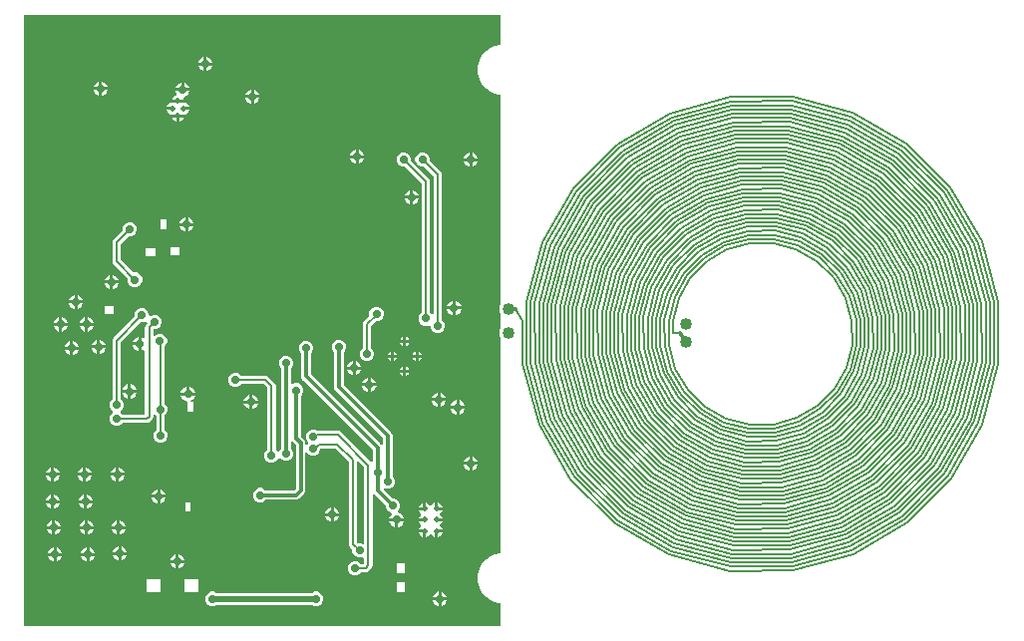
<source format=gbl>
G04*
G04 #@! TF.GenerationSoftware,Altium Limited,Altium Designer,23.7.1 (13)*
G04*
G04 Layer_Physical_Order=4*
G04 Layer_Color=16711680*
%FSLAX25Y25*%
%MOIN*%
G70*
G04*
G04 #@! TF.SameCoordinates,E761BF88-05AE-44ED-84BE-F3DD1BAF6ADF*
G04*
G04*
G04 #@! TF.FilePolarity,Positive*
G04*
G01*
G75*
%ADD66C,0.01181*%
%ADD67C,0.01181*%
%ADD69C,0.00787*%
%ADD71C,0.00799*%
%ADD72C,0.01400*%
%ADD74C,0.01968*%
%ADD75C,0.01968*%
%ADD76C,0.02756*%
%ADD77C,0.04000*%
G36*
X160843Y195724D02*
X160503D01*
X158903Y195406D01*
X157395Y194782D01*
X156039Y193875D01*
X154885Y192721D01*
X153978Y191365D01*
X153354Y189857D01*
X153035Y188257D01*
Y186625D01*
X153354Y185025D01*
X153978Y183517D01*
X154885Y182161D01*
X156039Y181007D01*
X157395Y180100D01*
X158903Y179476D01*
X160503Y179157D01*
X160843D01*
Y109211D01*
X160523Y108658D01*
X160319Y107895D01*
Y107105D01*
X160523Y106342D01*
X160843Y105789D01*
Y101211D01*
X160523Y100658D01*
X160319Y99895D01*
Y99105D01*
X160523Y98342D01*
X160843Y97789D01*
Y25725D01*
X160503D01*
X158903Y25406D01*
X157395Y24782D01*
X156039Y23875D01*
X154885Y22721D01*
X153978Y21365D01*
X153354Y19857D01*
X153035Y18257D01*
Y16625D01*
X153354Y15025D01*
X153978Y13517D01*
X154885Y12161D01*
X156039Y11007D01*
X157395Y10100D01*
X158903Y9476D01*
X160503Y9157D01*
X160843D01*
Y1606D01*
X1606D01*
Y205875D01*
X160843D01*
Y195724D01*
D02*
G37*
%LPC*%
G36*
X62551Y191733D02*
Y189866D01*
X64418D01*
X64067Y190713D01*
X63398Y191382D01*
X62551Y191733D01*
D02*
G37*
G36*
X61551D02*
X60704Y191382D01*
X60035Y190713D01*
X59684Y189866D01*
X61551D01*
Y191733D01*
D02*
G37*
G36*
X64418Y188866D02*
X62551D01*
Y186999D01*
X63398Y187350D01*
X64067Y188019D01*
X64418Y188866D01*
D02*
G37*
G36*
X61551D02*
X59684D01*
X60035Y188019D01*
X60704Y187350D01*
X61551Y186999D01*
Y188866D01*
D02*
G37*
G36*
X27492Y183631D02*
Y181764D01*
X29359D01*
X29008Y182611D01*
X28339Y183280D01*
X27492Y183631D01*
D02*
G37*
G36*
X26492D02*
X25645Y183280D01*
X24976Y182611D01*
X24625Y181764D01*
X26492D01*
Y183631D01*
D02*
G37*
G36*
X55055Y183197D02*
Y181331D01*
X56922D01*
X56571Y182178D01*
X55902Y182847D01*
X55055Y183197D01*
D02*
G37*
G36*
X54055D02*
X53208Y182847D01*
X52539Y182178D01*
X52188Y181331D01*
X54055D01*
Y183197D01*
D02*
G37*
G36*
X78307Y180890D02*
Y179024D01*
X80174D01*
X79823Y179871D01*
X79154Y180540D01*
X78307Y180890D01*
D02*
G37*
G36*
X77307D02*
X76460Y180540D01*
X75791Y179871D01*
X75440Y179024D01*
X77307D01*
Y180890D01*
D02*
G37*
G36*
X29359Y180764D02*
X27492D01*
Y178897D01*
X28339Y179248D01*
X29008Y179917D01*
X29359Y180764D01*
D02*
G37*
G36*
X26492D02*
X24625D01*
X24976Y179917D01*
X25645Y179248D01*
X26492Y178897D01*
Y180764D01*
D02*
G37*
G36*
X56922Y180331D02*
X52188D01*
X52525Y179519D01*
X52528Y179449D01*
X52364Y178952D01*
X51817Y178726D01*
X51259Y178167D01*
X51000Y177543D01*
X52941D01*
X54882D01*
X54712Y177953D01*
X54991Y178453D01*
X55028D01*
X55902Y178815D01*
X56571Y179484D01*
X56922Y180331D01*
D02*
G37*
G36*
X80174Y178024D02*
X78307D01*
Y176157D01*
X79154Y176508D01*
X79823Y177177D01*
X80174Y178024D01*
D02*
G37*
G36*
X77307D02*
X75440D01*
X75791Y177177D01*
X76460Y176508D01*
X77307Y176157D01*
Y178024D01*
D02*
G37*
G36*
X55361Y176543D02*
X52941D01*
X50521D01*
X49848Y176265D01*
X49290Y175707D01*
X49032Y175083D01*
X50972D01*
Y174083D01*
X49032D01*
X49290Y173459D01*
X49848Y172900D01*
X50521Y172622D01*
X52941D01*
X55361D01*
X56033Y172900D01*
X56592Y173459D01*
X56850Y174083D01*
X54909D01*
Y175083D01*
X56850D01*
X56592Y175707D01*
X56033Y176265D01*
X55361Y176543D01*
D02*
G37*
G36*
X54882Y171622D02*
X53441D01*
Y170181D01*
X54065Y170440D01*
X54623Y170998D01*
X54882Y171622D01*
D02*
G37*
G36*
X52441D02*
X51000D01*
X51259Y170998D01*
X51817Y170440D01*
X52441Y170181D01*
Y171622D01*
D02*
G37*
G36*
X113339Y160764D02*
Y158898D01*
X115205D01*
X114855Y159745D01*
X114186Y160414D01*
X113339Y160764D01*
D02*
G37*
G36*
X112339D02*
X111492Y160414D01*
X110823Y159745D01*
X110472Y158898D01*
X112339D01*
Y160764D01*
D02*
G37*
G36*
X151287Y159847D02*
Y157980D01*
X153154D01*
X152803Y158827D01*
X152134Y159496D01*
X151287Y159847D01*
D02*
G37*
G36*
X150287D02*
X149440Y159496D01*
X148772Y158827D01*
X148421Y157980D01*
X150287D01*
Y159847D01*
D02*
G37*
G36*
X115205Y157898D02*
X113339D01*
Y156031D01*
X114186Y156382D01*
X114855Y157051D01*
X115205Y157898D01*
D02*
G37*
G36*
X112339D02*
X110472D01*
X110823Y157051D01*
X111492Y156382D01*
X112339Y156031D01*
Y157898D01*
D02*
G37*
G36*
X153154Y156980D02*
X151287D01*
Y155113D01*
X152134Y155464D01*
X152803Y156133D01*
X153154Y156980D01*
D02*
G37*
G36*
X150287D02*
X148421D01*
X148772Y156133D01*
X149440Y155464D01*
X150287Y155113D01*
Y156980D01*
D02*
G37*
G36*
X131618Y147249D02*
Y145382D01*
X133485D01*
X133134Y146229D01*
X132465Y146898D01*
X131618Y147249D01*
D02*
G37*
G36*
X130618D02*
X129771Y146898D01*
X129102Y146229D01*
X128751Y145382D01*
X130618D01*
Y147249D01*
D02*
G37*
G36*
X133485Y144382D02*
X131618D01*
Y142515D01*
X132465Y142866D01*
X133134Y143535D01*
X133485Y144382D01*
D02*
G37*
G36*
X130618D02*
X128751D01*
X129102Y143535D01*
X129771Y142866D01*
X130618Y142515D01*
Y144382D01*
D02*
G37*
G36*
X56406Y138194D02*
Y136327D01*
X58272D01*
X57921Y137174D01*
X57253Y137843D01*
X56406Y138194D01*
D02*
G37*
G36*
X55405D02*
X54558Y137843D01*
X53890Y137174D01*
X53539Y136327D01*
X55405D01*
Y138194D01*
D02*
G37*
G36*
X48981Y137427D02*
X47082D01*
Y134227D01*
X48981D01*
Y137427D01*
D02*
G37*
G36*
X58272Y135327D02*
X56406D01*
Y133460D01*
X57253Y133811D01*
X57921Y134480D01*
X58272Y135327D01*
D02*
G37*
G36*
X55405D02*
X53539D01*
X53890Y134480D01*
X54558Y133811D01*
X55405Y133460D01*
Y135327D01*
D02*
G37*
G36*
X53525Y128055D02*
X50325D01*
Y125355D01*
X53525D01*
Y128055D01*
D02*
G37*
G36*
X45328Y127921D02*
X42128D01*
Y125221D01*
X45328D01*
Y127921D01*
D02*
G37*
G36*
X31209Y118902D02*
Y117035D01*
X33075D01*
X32725Y117882D01*
X32056Y118551D01*
X31209Y118902D01*
D02*
G37*
G36*
X30209D02*
X29362Y118551D01*
X28693Y117882D01*
X28342Y117035D01*
X30209D01*
Y118902D01*
D02*
G37*
G36*
X37355Y136614D02*
X36409D01*
X35535Y136252D01*
X34866Y135583D01*
X34504Y134709D01*
Y133868D01*
X31397Y130761D01*
X31089Y130300D01*
X30981Y129756D01*
Y123504D01*
X31089Y122960D01*
X31397Y122499D01*
X36205Y117691D01*
Y116850D01*
X36567Y115976D01*
X37236Y115307D01*
X38110Y114945D01*
X39056D01*
X39930Y115307D01*
X40599Y115976D01*
X40961Y116850D01*
Y117796D01*
X40599Y118670D01*
X39930Y119339D01*
X39056Y119701D01*
X38214D01*
X33823Y124092D01*
Y129167D01*
X36514Y131858D01*
X37355D01*
X38229Y132220D01*
X38898Y132889D01*
X39260Y133763D01*
Y134709D01*
X38898Y135583D01*
X38229Y136252D01*
X37355Y136614D01*
D02*
G37*
G36*
X33075Y116035D02*
X31209D01*
Y114169D01*
X32056Y114520D01*
X32725Y115188D01*
X33075Y116035D01*
D02*
G37*
G36*
X30209D02*
X28342D01*
X28693Y115188D01*
X29362Y114520D01*
X30209Y114169D01*
Y116035D01*
D02*
G37*
G36*
X19398Y112209D02*
Y110343D01*
X21264D01*
X20914Y111189D01*
X20245Y111858D01*
X19398Y112209D01*
D02*
G37*
G36*
X18398D02*
X17551Y111858D01*
X16882Y111189D01*
X16531Y110343D01*
X18398D01*
Y112209D01*
D02*
G37*
G36*
X145776Y110241D02*
Y108374D01*
X147642D01*
X147292Y109221D01*
X146623Y109890D01*
X145776Y110241D01*
D02*
G37*
G36*
X144776D02*
X143929Y109890D01*
X143260Y109221D01*
X142909Y108374D01*
X144776D01*
Y110241D01*
D02*
G37*
G36*
X21264Y109343D02*
X19398D01*
Y107476D01*
X20245Y107827D01*
X20914Y108495D01*
X21264Y109343D01*
D02*
G37*
G36*
X18398D02*
X16531D01*
X16882Y108495D01*
X17551Y107827D01*
X18398Y107476D01*
Y109343D01*
D02*
G37*
G36*
X31521Y108437D02*
X28321D01*
Y105737D01*
X31521D01*
Y108437D01*
D02*
G37*
G36*
X135119Y159858D02*
X134173D01*
X133299Y159496D01*
X132630Y158827D01*
X132268Y157953D01*
Y157007D01*
X132630Y156133D01*
X133299Y155464D01*
X134173Y155102D01*
X135014D01*
X138343Y151774D01*
Y105777D01*
X137843Y105677D01*
X137843Y105678D01*
X137248Y106273D01*
Y150000D01*
X137140Y150544D01*
X136832Y151005D01*
X130724Y157112D01*
Y157953D01*
X130362Y158827D01*
X129693Y159496D01*
X128820Y159858D01*
X127874D01*
X126999Y159496D01*
X126330Y158827D01*
X125969Y157953D01*
Y157007D01*
X126330Y156133D01*
X126999Y155464D01*
X127874Y155102D01*
X128715D01*
X134406Y149411D01*
Y106273D01*
X133811Y105678D01*
X133449Y104804D01*
Y103858D01*
X133811Y102984D01*
X134480Y102315D01*
X135354Y101953D01*
X136300D01*
X136886Y102196D01*
X137386Y101874D01*
Y101496D01*
X137748Y100621D01*
X138417Y99953D01*
X139291Y99590D01*
X140237D01*
X141111Y99953D01*
X141780Y100621D01*
X142142Y101496D01*
Y102442D01*
X141780Y103315D01*
X141185Y103910D01*
Y152362D01*
X141077Y152906D01*
X140769Y153367D01*
X137024Y157112D01*
Y157953D01*
X136662Y158827D01*
X135993Y159496D01*
X135119Y159858D01*
D02*
G37*
G36*
X147642Y107374D02*
X145776D01*
Y105507D01*
X146623Y105858D01*
X147292Y106527D01*
X147642Y107374D01*
D02*
G37*
G36*
X144776D02*
X142909D01*
X143260Y106527D01*
X143929Y105858D01*
X144776Y105507D01*
Y107374D01*
D02*
G37*
G36*
X22941Y104729D02*
Y102862D01*
X24808D01*
X24457Y103709D01*
X23788Y104378D01*
X22941Y104729D01*
D02*
G37*
G36*
X21941D02*
X21094Y104378D01*
X20425Y103709D01*
X20074Y102862D01*
X21941D01*
Y104729D01*
D02*
G37*
G36*
X14279D02*
Y102862D01*
X16146D01*
X15796Y103709D01*
X15126Y104378D01*
X14279Y104729D01*
D02*
G37*
G36*
X13280D02*
X12432Y104378D01*
X11764Y103709D01*
X11413Y102862D01*
X13280D01*
Y104729D01*
D02*
G37*
G36*
X24808Y101862D02*
X22941D01*
Y99995D01*
X23788Y100346D01*
X24457Y101015D01*
X24808Y101862D01*
D02*
G37*
G36*
X21941D02*
X20074D01*
X20425Y101015D01*
X21094Y100346D01*
X21941Y99995D01*
Y101862D01*
D02*
G37*
G36*
X16146D02*
X14279D01*
Y99995D01*
X15126Y100346D01*
X15796Y101015D01*
X16146Y101862D01*
D02*
G37*
G36*
X13280D02*
X11413D01*
X11764Y101015D01*
X12432Y100346D01*
X13280Y99995D01*
Y101862D01*
D02*
G37*
G36*
X129240Y98168D02*
Y97154D01*
X130255D01*
X130089Y97554D01*
X129641Y98002D01*
X129240Y98168D01*
D02*
G37*
G36*
X128240D02*
X127839Y98002D01*
X127392Y97554D01*
X127226Y97154D01*
X128240D01*
Y98168D01*
D02*
G37*
G36*
X26878Y97249D02*
Y95382D01*
X28745D01*
X28394Y96229D01*
X27725Y96898D01*
X26878Y97249D01*
D02*
G37*
G36*
X25878D02*
X25031Y96898D01*
X24362Y96229D01*
X24011Y95382D01*
X25878D01*
Y97249D01*
D02*
G37*
G36*
X130255Y96153D02*
X129240D01*
Y95139D01*
X129641Y95305D01*
X130089Y95753D01*
X130255Y96153D01*
D02*
G37*
G36*
X128240D02*
X127226D01*
X127392Y95753D01*
X127839Y95305D01*
X128240Y95139D01*
Y96153D01*
D02*
G37*
G36*
X17823Y96855D02*
Y94988D01*
X19690D01*
X19339Y95835D01*
X18670Y96504D01*
X17823Y96855D01*
D02*
G37*
G36*
X16823D02*
X15976Y96504D01*
X15307Y95835D01*
X14956Y94988D01*
X16823D01*
Y96855D01*
D02*
G37*
G36*
X28745Y94382D02*
X26878D01*
Y92515D01*
X27725Y92866D01*
X28394Y93535D01*
X28745Y94382D01*
D02*
G37*
G36*
X25878D02*
X24011D01*
X24362Y93535D01*
X25031Y92866D01*
X25878Y92515D01*
Y94382D01*
D02*
G37*
G36*
X133349Y93281D02*
Y92266D01*
X134363D01*
X134197Y92668D01*
X133750Y93115D01*
X133349Y93281D01*
D02*
G37*
G36*
X132349D02*
X131948Y93115D01*
X131500Y92668D01*
X131334Y92266D01*
X132349D01*
Y93281D01*
D02*
G37*
G36*
X125106Y93247D02*
Y92232D01*
X126121D01*
X125955Y92633D01*
X125507Y93081D01*
X125106Y93247D01*
D02*
G37*
G36*
X124106D02*
X123705Y93081D01*
X123258Y92633D01*
X123092Y92232D01*
X124106D01*
Y93247D01*
D02*
G37*
G36*
X19690Y93988D02*
X17823D01*
Y92121D01*
X18670Y92472D01*
X19339Y93141D01*
X19690Y93988D01*
D02*
G37*
G36*
X16823D02*
X14956D01*
X15307Y93141D01*
X15976Y92472D01*
X16823Y92121D01*
Y93988D01*
D02*
G37*
G36*
X134363Y91267D02*
X133349D01*
Y90252D01*
X133750Y90418D01*
X134197Y90865D01*
X134363Y91267D01*
D02*
G37*
G36*
X132349D02*
X131334D01*
X131500Y90865D01*
X131948Y90418D01*
X132349Y90252D01*
Y91267D01*
D02*
G37*
G36*
X126121Y91232D02*
X125106D01*
Y90218D01*
X125507Y90384D01*
X125955Y90831D01*
X126121Y91232D01*
D02*
G37*
G36*
X124106D02*
X123092D01*
X123258Y90831D01*
X123705Y90384D01*
X124106Y90218D01*
Y91232D01*
D02*
G37*
G36*
X119764Y108283D02*
X118818D01*
X117944Y107921D01*
X117275Y107253D01*
X116913Y106378D01*
Y105432D01*
X116998Y105228D01*
X115137Y103367D01*
X114829Y102906D01*
X114721Y102362D01*
Y94462D01*
X114126Y93867D01*
X113764Y92993D01*
Y92047D01*
X114126Y91173D01*
X114795Y90504D01*
X115669Y90142D01*
X116615D01*
X117489Y90504D01*
X118158Y91173D01*
X118520Y92047D01*
Y92993D01*
X118158Y93867D01*
X117563Y94462D01*
Y101774D01*
X119317Y103528D01*
X119764D01*
X120638Y103890D01*
X121307Y104559D01*
X121669Y105432D01*
Y106378D01*
X121307Y107253D01*
X120638Y107921D01*
X119764Y108283D01*
D02*
G37*
G36*
X112311Y90162D02*
Y88295D01*
X114178D01*
X113827Y89142D01*
X113158Y89811D01*
X112311Y90162D01*
D02*
G37*
G36*
X111311D02*
X110464Y89811D01*
X109795Y89142D01*
X109444Y88295D01*
X111311D01*
Y90162D01*
D02*
G37*
G36*
X129240Y88326D02*
Y87311D01*
X130255D01*
X130089Y87712D01*
X129641Y88159D01*
X129240Y88326D01*
D02*
G37*
G36*
X128240D02*
X127839Y88159D01*
X127392Y87712D01*
X127226Y87311D01*
X128240D01*
Y88326D01*
D02*
G37*
G36*
X114178Y87295D02*
X112311D01*
Y85429D01*
X113158Y85779D01*
X113827Y86448D01*
X114178Y87295D01*
D02*
G37*
G36*
X111311D02*
X109444D01*
X109795Y86448D01*
X110464Y85779D01*
X111311Y85429D01*
Y87295D01*
D02*
G37*
G36*
X130255Y86311D02*
X129240D01*
Y85296D01*
X129641Y85463D01*
X130089Y85910D01*
X130255Y86311D01*
D02*
G37*
G36*
X128240D02*
X127226D01*
X127392Y85910D01*
X127839Y85463D01*
X128240Y85296D01*
Y86311D01*
D02*
G37*
G36*
X117429Y84650D02*
Y82784D01*
X119296D01*
X118945Y83631D01*
X118276Y84299D01*
X117429Y84650D01*
D02*
G37*
G36*
X116429D02*
X115582Y84299D01*
X114913Y83631D01*
X114562Y82784D01*
X116429D01*
Y84650D01*
D02*
G37*
G36*
X119296Y81783D02*
X117429D01*
Y79917D01*
X118276Y80268D01*
X118945Y80936D01*
X119296Y81783D01*
D02*
G37*
G36*
X116429D02*
X114562D01*
X114913Y80936D01*
X115582Y80268D01*
X116429Y79917D01*
Y81783D01*
D02*
G37*
G36*
X56799Y81501D02*
Y79634D01*
X58666D01*
X58315Y80481D01*
X57646Y81150D01*
X56799Y81501D01*
D02*
G37*
G36*
X55799D02*
X54952Y81150D01*
X54283Y80481D01*
X53932Y79634D01*
X55799D01*
Y81501D01*
D02*
G37*
G36*
X140657Y79532D02*
Y77665D01*
X142524D01*
X142173Y78512D01*
X141505Y79181D01*
X140657Y79532D01*
D02*
G37*
G36*
X139657D02*
X138811Y79181D01*
X138142Y78512D01*
X137791Y77665D01*
X139657D01*
Y79532D01*
D02*
G37*
G36*
X77819Y78745D02*
Y76878D01*
X79686D01*
X79335Y77725D01*
X78666Y78394D01*
X77819Y78745D01*
D02*
G37*
G36*
X76819D02*
X75972Y78394D01*
X75303Y77725D01*
X74952Y76878D01*
X76819D01*
Y78745D01*
D02*
G37*
G36*
X147039Y77016D02*
Y75150D01*
X148906D01*
X148555Y75997D01*
X147886Y76666D01*
X147039Y77016D01*
D02*
G37*
G36*
X146039D02*
X145192Y76666D01*
X144523Y75997D01*
X144173Y75150D01*
X146039D01*
Y77016D01*
D02*
G37*
G36*
X142524Y76665D02*
X140657D01*
Y74799D01*
X141505Y75149D01*
X142173Y75818D01*
X142524Y76665D01*
D02*
G37*
G36*
X139657D02*
X137791D01*
X138142Y75818D01*
X138811Y75149D01*
X139657Y74799D01*
Y76665D01*
D02*
G37*
G36*
X79686Y75878D02*
X77819D01*
Y74011D01*
X78666Y74362D01*
X79335Y75031D01*
X79686Y75878D01*
D02*
G37*
G36*
X76819D02*
X74952D01*
X75303Y75031D01*
X75972Y74362D01*
X76819Y74011D01*
Y75878D01*
D02*
G37*
G36*
X58666Y78634D02*
X53932D01*
X54283Y77787D01*
X54952Y77118D01*
X55826Y76756D01*
X56137Y76403D01*
X56137Y76256D01*
Y73203D01*
X58037D01*
Y76403D01*
X57227D01*
X57128Y76903D01*
X57646Y77118D01*
X58315Y77787D01*
X58666Y78634D01*
D02*
G37*
G36*
X148906Y74150D02*
X147039D01*
Y72283D01*
X147886Y72634D01*
X148555Y73303D01*
X148906Y74150D01*
D02*
G37*
G36*
X146039D02*
X144173D01*
X144523Y73303D01*
X145192Y72634D01*
X146039Y72283D01*
Y74150D01*
D02*
G37*
G36*
X41351Y107776D02*
X40405D01*
X39531Y107414D01*
X38862Y106745D01*
X38500Y105871D01*
Y105029D01*
X31369Y97899D01*
X31061Y97438D01*
X30953Y96894D01*
Y77351D01*
X30358Y76756D01*
X29996Y75882D01*
Y74936D01*
X30358Y74063D01*
X31027Y73393D01*
X31200Y73322D01*
Y72822D01*
X31145Y72799D01*
X30476Y72131D01*
X30114Y71257D01*
Y70310D01*
X30476Y69437D01*
X31145Y68767D01*
X32019Y68405D01*
X32965D01*
X33839Y68767D01*
X34434Y69362D01*
X42587D01*
X43130Y69471D01*
X43591Y69779D01*
X44296Y70483D01*
X44604Y70944D01*
X44712Y71488D01*
Y72240D01*
X45212Y72429D01*
X45737Y71904D01*
Y67178D01*
X45204Y66646D01*
X44842Y65772D01*
Y64826D01*
X45204Y63952D01*
X45873Y63283D01*
X46747Y62921D01*
X47693D01*
X48568Y63283D01*
X49236Y63952D01*
X49598Y64826D01*
Y65772D01*
X49236Y66646D01*
X48579Y67304D01*
Y72031D01*
X49110Y72562D01*
X49472Y73436D01*
Y74382D01*
X49110Y75256D01*
X48441Y75925D01*
X48425Y75932D01*
Y95082D01*
X48929Y95586D01*
X49291Y96460D01*
Y97406D01*
X48929Y98280D01*
X48260Y98949D01*
X47386Y99311D01*
X46440D01*
X45566Y98949D01*
X45212Y98595D01*
X44712Y98802D01*
Y100813D01*
X44781Y100882D01*
X45623D01*
X46497Y101244D01*
X47166Y101913D01*
X47528Y102787D01*
Y103733D01*
X47166Y104607D01*
X46497Y105276D01*
X45623Y105638D01*
X44677D01*
X43803Y105276D01*
X43756Y105229D01*
X43256Y105436D01*
Y105871D01*
X42894Y106745D01*
X42225Y107414D01*
X41351Y107776D01*
D02*
G37*
G36*
X107166Y97260D02*
X106220D01*
X105346Y96898D01*
X104677Y96229D01*
X104315Y95355D01*
Y94409D01*
X104677Y93535D01*
X105071Y93141D01*
Y81429D01*
X105195Y80809D01*
X105546Y80282D01*
X121382Y64446D01*
Y62247D01*
X120882Y62095D01*
X120832Y62170D01*
X97291Y85711D01*
Y92747D01*
X97685Y93141D01*
X98047Y94015D01*
Y94961D01*
X97685Y95835D01*
X97016Y96504D01*
X96142Y96866D01*
X95196D01*
X94322Y96504D01*
X93653Y95835D01*
X93291Y94961D01*
Y94015D01*
X93653Y93141D01*
X94048Y92747D01*
Y85039D01*
X94171Y84419D01*
X94523Y83893D01*
X118063Y60352D01*
Y56529D01*
X117683Y56372D01*
X117563Y56363D01*
X107490Y66436D01*
X107029Y66744D01*
X106486Y66852D01*
X99419D01*
X98682Y67158D01*
X97736D01*
X96862Y66795D01*
X96193Y66127D01*
X95831Y65253D01*
Y64306D01*
X96193Y63433D01*
X96411Y63214D01*
X96411Y62576D01*
X96034Y62211D01*
X96023Y62211D01*
X95610Y62330D01*
Y62694D01*
X95486Y63315D01*
X95135Y63841D01*
X94141Y64835D01*
Y78574D01*
X94536Y78968D01*
X94898Y79842D01*
Y80788D01*
X94536Y81662D01*
X93867Y82331D01*
X92993Y82693D01*
X92047D01*
X91173Y82331D01*
X91103Y82262D01*
X90641Y82453D01*
Y87641D01*
X91083Y88082D01*
X91445Y88956D01*
Y89902D01*
X91083Y90776D01*
X90414Y91445D01*
X89540Y91807D01*
X88594D01*
X87720Y91445D01*
X87051Y90776D01*
X86689Y89902D01*
Y88956D01*
X87051Y88082D01*
X87398Y87735D01*
Y60891D01*
X86957Y60449D01*
X86744Y59937D01*
X86605Y59882D01*
X86172Y59861D01*
X85685Y60347D01*
Y81894D01*
X85577Y82437D01*
X85269Y82898D01*
X83253Y84914D01*
X82792Y85222D01*
X82248Y85330D01*
X74095D01*
X73501Y85925D01*
X72627Y86287D01*
X71680D01*
X70806Y85925D01*
X70138Y85256D01*
X69776Y84382D01*
Y83437D01*
X70138Y82563D01*
X70806Y81893D01*
X71680Y81532D01*
X72627D01*
X73501Y81893D01*
X74095Y82489D01*
X81659D01*
X82843Y81305D01*
Y60347D01*
X82248Y59753D01*
X81886Y58878D01*
Y57933D01*
X82248Y57059D01*
X82917Y56390D01*
X83791Y56028D01*
X84737D01*
X85611Y56390D01*
X86280Y57059D01*
X86492Y57571D01*
X86631Y57626D01*
X87065Y57647D01*
X87625Y57086D01*
X88499Y56724D01*
X89445D01*
X90319Y57086D01*
X90988Y57755D01*
X91350Y58629D01*
Y59575D01*
X90988Y60449D01*
X90641Y60796D01*
Y63211D01*
X91141Y63363D01*
X91373Y63016D01*
X92366Y62023D01*
Y47640D01*
X91647Y46921D01*
X82131D01*
X81737Y47315D01*
X80863Y47677D01*
X79917D01*
X79043Y47315D01*
X78374Y46646D01*
X78012Y45772D01*
Y44826D01*
X78374Y43952D01*
X79043Y43283D01*
X79917Y42921D01*
X80863D01*
X81737Y43283D01*
X82131Y43677D01*
X92319D01*
X92940Y43801D01*
X93466Y44153D01*
X95135Y45822D01*
X95486Y46348D01*
X95610Y46968D01*
Y59358D01*
X96023Y59476D01*
X96110Y59480D01*
X96763Y58828D01*
X97636Y58466D01*
X98583D01*
X99457Y58828D01*
X100125Y59497D01*
X100487Y60371D01*
Y60679D01*
X100666Y60859D01*
X105636D01*
X110016Y56478D01*
Y28988D01*
X110124Y28444D01*
X110432Y27983D01*
X111256Y27160D01*
Y26318D01*
X111618Y25444D01*
X112287Y24775D01*
X113161Y24413D01*
X114107D01*
X114666Y24645D01*
X115166Y24311D01*
Y22417D01*
X115035Y22287D01*
X114147D01*
X113552Y22882D01*
X112678Y23244D01*
X111732D01*
X110858Y22882D01*
X110189Y22213D01*
X109827Y21339D01*
Y20393D01*
X110189Y19519D01*
X110858Y18850D01*
X111732Y18488D01*
X112678D01*
X113552Y18850D01*
X114147Y19445D01*
X115624D01*
X116168Y19553D01*
X116629Y19861D01*
X117591Y20824D01*
X117899Y21285D01*
X118008Y21829D01*
Y45598D01*
X118508Y45750D01*
X118538Y45704D01*
X122425Y41817D01*
Y41259D01*
X122787Y40385D01*
X123456Y39716D01*
X124281Y39375D01*
X124387Y39147D01*
X124468Y38854D01*
X123968Y38355D01*
X123617Y37508D01*
X128351D01*
X128000Y38355D01*
X127331Y39024D01*
X126506Y39366D01*
X126400Y39593D01*
X126320Y39886D01*
X126819Y40385D01*
X127181Y41259D01*
Y42205D01*
X126819Y43079D01*
X126150Y43748D01*
X125276Y44110D01*
X124719D01*
X121600Y47228D01*
X121884Y47652D01*
X122527Y47386D01*
X123473D01*
X124347Y47748D01*
X125016Y48417D01*
X125378Y49291D01*
Y50237D01*
X125016Y51111D01*
X124626Y51501D01*
Y65118D01*
X124502Y65739D01*
X124151Y66265D01*
X108315Y82101D01*
Y93141D01*
X108709Y93535D01*
X109071Y94409D01*
Y95355D01*
X108709Y96229D01*
X108040Y96898D01*
X107166Y97260D01*
D02*
G37*
G36*
X151287Y58272D02*
Y56406D01*
X153154D01*
X152803Y57253D01*
X152134Y57921D01*
X151287Y58272D01*
D02*
G37*
G36*
X150287D02*
X149440Y57921D01*
X148772Y57253D01*
X148421Y56406D01*
X150287D01*
Y58272D01*
D02*
G37*
G36*
X153154Y55405D02*
X151287D01*
Y53539D01*
X152134Y53890D01*
X152803Y54558D01*
X153154Y55405D01*
D02*
G37*
G36*
X150287D02*
X148421D01*
X148772Y54558D01*
X149440Y53890D01*
X150287Y53539D01*
Y55405D01*
D02*
G37*
G36*
X33177Y54569D02*
Y52702D01*
X35044D01*
X34693Y53549D01*
X34024Y54218D01*
X33177Y54569D01*
D02*
G37*
G36*
X32177D02*
X31330Y54218D01*
X30661Y53549D01*
X30310Y52702D01*
X32177D01*
Y54569D01*
D02*
G37*
G36*
X22153D02*
Y52702D01*
X24020D01*
X23670Y53549D01*
X23000Y54218D01*
X22153Y54569D01*
D02*
G37*
G36*
X21154D02*
X20306Y54218D01*
X19638Y53549D01*
X19287Y52702D01*
X21154D01*
Y54569D01*
D02*
G37*
G36*
X11524D02*
Y52702D01*
X13390D01*
X13039Y53549D01*
X12371Y54218D01*
X11524Y54569D01*
D02*
G37*
G36*
X10524D02*
X9677Y54218D01*
X9008Y53549D01*
X8657Y52702D01*
X10524D01*
Y54569D01*
D02*
G37*
G36*
X35044Y51702D02*
X33177D01*
Y49835D01*
X34024Y50186D01*
X34693Y50855D01*
X35044Y51702D01*
D02*
G37*
G36*
X32177D02*
X30310D01*
X30661Y50855D01*
X31330Y50186D01*
X32177Y49835D01*
Y51702D01*
D02*
G37*
G36*
X24020D02*
X22153D01*
Y49835D01*
X23000Y50186D01*
X23670Y50855D01*
X24020Y51702D01*
D02*
G37*
G36*
X21154D02*
X19287D01*
X19638Y50855D01*
X20306Y50186D01*
X21154Y49835D01*
Y51702D01*
D02*
G37*
G36*
X13390D02*
X11524D01*
Y49835D01*
X12371Y50186D01*
X13039Y50855D01*
X13390Y51702D01*
D02*
G37*
G36*
X10524D02*
X8657D01*
X9008Y50855D01*
X9677Y50186D01*
X10524Y49835D01*
Y51702D01*
D02*
G37*
G36*
X46957Y47249D02*
Y45382D01*
X48823D01*
X48473Y46229D01*
X47804Y46898D01*
X46957Y47249D01*
D02*
G37*
G36*
X45957D02*
X45110Y46898D01*
X44441Y46229D01*
X44090Y45382D01*
X45957D01*
Y47249D01*
D02*
G37*
G36*
X22547Y45514D02*
Y43647D01*
X24414D01*
X24063Y44494D01*
X23394Y45163D01*
X22547Y45514D01*
D02*
G37*
G36*
X21547D02*
X20700Y45163D01*
X20031Y44494D01*
X19681Y43647D01*
X21547D01*
Y45514D01*
D02*
G37*
G36*
X11524D02*
Y43647D01*
X13390D01*
X13039Y44494D01*
X12371Y45163D01*
X11524Y45514D01*
D02*
G37*
G36*
X10524D02*
X9677Y45163D01*
X9008Y44494D01*
X8657Y43647D01*
X10524D01*
Y45514D01*
D02*
G37*
G36*
X48823Y44382D02*
X46957D01*
Y42515D01*
X47804Y42866D01*
X48473Y43535D01*
X48823Y44382D01*
D02*
G37*
G36*
X45957D02*
X44090D01*
X44441Y43535D01*
X45110Y42866D01*
X45957Y42515D01*
Y44382D01*
D02*
G37*
G36*
X138870Y42689D02*
X138246Y42430D01*
X137688Y41872D01*
X137652Y41784D01*
X137152D01*
X137115Y41872D01*
X136557Y42430D01*
X135933Y42689D01*
Y40748D01*
X135433D01*
Y40248D01*
X133492D01*
X133751Y39624D01*
X134192Y39183D01*
X134265Y38878D01*
X134192Y38573D01*
X133751Y38132D01*
X133492Y37508D01*
X135433D01*
Y36508D01*
X133492D01*
X133751Y35884D01*
X134192Y35443D01*
X134265Y35138D01*
X134192Y34833D01*
X133751Y34392D01*
X133492Y33768D01*
X135433D01*
Y33268D01*
X135933D01*
Y31327D01*
X136557Y31586D01*
X137115Y32144D01*
X137152Y32232D01*
X137652D01*
X137688Y32144D01*
X138246Y31586D01*
X138870Y31327D01*
Y33268D01*
X139370D01*
Y33768D01*
X141311D01*
X141052Y34392D01*
X140611Y34833D01*
X140539Y35138D01*
X140611Y35443D01*
X141052Y35884D01*
X141311Y36508D01*
X139370D01*
Y37508D01*
X141311D01*
X141052Y38132D01*
X140611Y38573D01*
X140539Y38878D01*
X140611Y39183D01*
X141052Y39624D01*
X141311Y40248D01*
X139370D01*
Y40748D01*
X138870D01*
Y42689D01*
D02*
G37*
G36*
X139870D02*
Y41248D01*
X141311D01*
X141052Y41872D01*
X140494Y42430D01*
X139870Y42689D01*
D02*
G37*
G36*
X134933D02*
X134309Y42430D01*
X133751Y41872D01*
X133492Y41248D01*
X134933D01*
Y42689D01*
D02*
G37*
G36*
X24414Y42647D02*
X22547D01*
Y40780D01*
X23394Y41131D01*
X24063Y41800D01*
X24414Y42647D01*
D02*
G37*
G36*
X21547D02*
X19681D01*
X20031Y41800D01*
X20700Y41131D01*
X21547Y40780D01*
Y42647D01*
D02*
G37*
G36*
X13390D02*
X11524D01*
Y40780D01*
X12371Y41131D01*
X13039Y41800D01*
X13390Y42647D01*
D02*
G37*
G36*
X10524D02*
X8657D01*
X9008Y41800D01*
X9677Y41131D01*
X10524Y40780D01*
Y42647D01*
D02*
G37*
G36*
X57249Y42939D02*
X55349D01*
Y39739D01*
X57249D01*
Y42939D01*
D02*
G37*
G36*
X104996Y41119D02*
Y39252D01*
X106863D01*
X106512Y40099D01*
X105843Y40768D01*
X104996Y41119D01*
D02*
G37*
G36*
X103996D02*
X103149Y40768D01*
X102480Y40099D01*
X102129Y39252D01*
X103996D01*
Y41119D01*
D02*
G37*
G36*
X106863Y38252D02*
X104996D01*
Y36385D01*
X105843Y36736D01*
X106512Y37405D01*
X106863Y38252D01*
D02*
G37*
G36*
X103996D02*
X102129D01*
X102480Y37405D01*
X103149Y36736D01*
X103996Y36385D01*
Y38252D01*
D02*
G37*
G36*
X33571Y36852D02*
Y34986D01*
X35438D01*
X35087Y35833D01*
X34418Y36502D01*
X33571Y36852D01*
D02*
G37*
G36*
X32571D02*
X31724Y36502D01*
X31055Y35833D01*
X30704Y34986D01*
X32571D01*
Y36852D01*
D02*
G37*
G36*
X22941D02*
Y34986D01*
X24808D01*
X24457Y35833D01*
X23788Y36502D01*
X22941Y36852D01*
D02*
G37*
G36*
X21941D02*
X21094Y36502D01*
X20425Y35833D01*
X20074Y34986D01*
X21941D01*
Y36852D01*
D02*
G37*
G36*
X11917D02*
Y34986D01*
X13784D01*
X13433Y35833D01*
X12764Y36502D01*
X11917Y36852D01*
D02*
G37*
G36*
X10917D02*
X10070Y36502D01*
X9401Y35833D01*
X9050Y34986D01*
X10917D01*
Y36852D01*
D02*
G37*
G36*
X128351Y36508D02*
X126484D01*
Y34641D01*
X127331Y34992D01*
X128000Y35661D01*
X128351Y36508D01*
D02*
G37*
G36*
X125484D02*
X123617D01*
X123968Y35661D01*
X124637Y34992D01*
X125484Y34641D01*
Y36508D01*
D02*
G37*
G36*
X35438Y33986D02*
X33571D01*
Y32119D01*
X34418Y32470D01*
X35087Y33138D01*
X35438Y33986D01*
D02*
G37*
G36*
X32571D02*
X30704D01*
X31055Y33138D01*
X31724Y32470D01*
X32571Y32119D01*
Y33986D01*
D02*
G37*
G36*
X24808D02*
X22941D01*
Y32119D01*
X23788Y32470D01*
X24457Y33138D01*
X24808Y33986D01*
D02*
G37*
G36*
X21941D02*
X20074D01*
X20425Y33138D01*
X21094Y32470D01*
X21941Y32119D01*
Y33986D01*
D02*
G37*
G36*
X13784D02*
X11917D01*
Y32119D01*
X12764Y32470D01*
X13433Y33138D01*
X13784Y33986D01*
D02*
G37*
G36*
X10917D02*
X9050D01*
X9401Y33138D01*
X10070Y32470D01*
X10917Y32119D01*
Y33986D01*
D02*
G37*
G36*
X141311Y32768D02*
X139870D01*
Y31327D01*
X140494Y31586D01*
X141052Y32144D01*
X141311Y32768D01*
D02*
G37*
G36*
X134933D02*
X133492D01*
X133751Y32144D01*
X134309Y31586D01*
X134933Y31327D01*
Y32768D01*
D02*
G37*
G36*
X33965Y28191D02*
Y26324D01*
X35831D01*
X35480Y27171D01*
X34812Y27840D01*
X33965Y28191D01*
D02*
G37*
G36*
X32965D02*
X32118Y27840D01*
X31449Y27171D01*
X31098Y26324D01*
X32965D01*
Y28191D01*
D02*
G37*
G36*
X23335Y27797D02*
Y25930D01*
X25201D01*
X24851Y26777D01*
X24182Y27446D01*
X23335Y27797D01*
D02*
G37*
G36*
X22335D02*
X21488Y27446D01*
X20819Y26777D01*
X20468Y25930D01*
X22335D01*
Y27797D01*
D02*
G37*
G36*
X12311D02*
Y25930D01*
X14178D01*
X13827Y26777D01*
X13158Y27446D01*
X12311Y27797D01*
D02*
G37*
G36*
X11311D02*
X10464Y27446D01*
X9795Y26777D01*
X9444Y25930D01*
X11311D01*
Y27797D01*
D02*
G37*
G36*
X53256Y25398D02*
Y23531D01*
X55123D01*
X54772Y24378D01*
X54103Y25047D01*
X53256Y25398D01*
D02*
G37*
G36*
X52256D02*
X51409Y25047D01*
X50740Y24378D01*
X50389Y23531D01*
X52256D01*
Y25398D01*
D02*
G37*
G36*
X35831Y25324D02*
X33965D01*
Y23457D01*
X34812Y23808D01*
X35480Y24477D01*
X35831Y25324D01*
D02*
G37*
G36*
X32965D02*
X31098D01*
X31449Y24477D01*
X32118Y23808D01*
X32965Y23457D01*
Y25324D01*
D02*
G37*
G36*
X25201Y24930D02*
X23335D01*
Y23064D01*
X24182Y23415D01*
X24851Y24083D01*
X25201Y24930D01*
D02*
G37*
G36*
X22335D02*
X20468D01*
X20819Y24083D01*
X21488Y23415D01*
X22335Y23064D01*
Y24930D01*
D02*
G37*
G36*
X14178D02*
X12311D01*
Y23064D01*
X13158Y23415D01*
X13827Y24083D01*
X14178Y24930D01*
D02*
G37*
G36*
X11311D02*
X9444D01*
X9795Y24083D01*
X10464Y23415D01*
X11311Y23064D01*
Y24930D01*
D02*
G37*
G36*
X55123Y22532D02*
X53256D01*
Y20665D01*
X54103Y21016D01*
X54772Y21685D01*
X55123Y22532D01*
D02*
G37*
G36*
X52256D02*
X50389D01*
X50740Y21685D01*
X51409Y21016D01*
X52256Y20665D01*
Y22532D01*
D02*
G37*
G36*
X128909Y22466D02*
X126209D01*
Y19266D01*
X128909D01*
Y22466D01*
D02*
G37*
G36*
Y16167D02*
X126209D01*
Y12967D01*
X128909D01*
Y16167D01*
D02*
G37*
G36*
X59839Y17123D02*
X55121D01*
Y12798D01*
X59839D01*
Y17123D01*
D02*
G37*
G36*
X47241D02*
X42523D01*
Y12798D01*
X47241D01*
Y17123D01*
D02*
G37*
G36*
X99686Y13008D02*
X98740D01*
X97883Y12653D01*
X65897D01*
X65040Y13008D01*
X64094D01*
X63220Y12646D01*
X62551Y11977D01*
X62189Y11103D01*
Y10157D01*
X62551Y9283D01*
X63220Y8614D01*
X64094Y8252D01*
X65040D01*
X65897Y8607D01*
X97883D01*
X98740Y8252D01*
X99686D01*
X100560Y8614D01*
X101228Y9283D01*
X101591Y10157D01*
Y11103D01*
X101228Y11977D01*
X100560Y12646D01*
X99686Y13008D01*
D02*
G37*
G36*
X141051Y12997D02*
Y11130D01*
X142918D01*
X142567Y11977D01*
X141898Y12646D01*
X141051Y12997D01*
D02*
G37*
G36*
X140051D02*
X139204Y12646D01*
X138535Y11977D01*
X138184Y11130D01*
X140051D01*
Y12997D01*
D02*
G37*
G36*
X142918Y10130D02*
X141051D01*
Y8263D01*
X141898Y8614D01*
X142567Y9283D01*
X142918Y10130D01*
D02*
G37*
G36*
X140051D02*
X138184D01*
X138535Y9283D01*
X139204Y8614D01*
X140051Y8263D01*
Y10130D01*
D02*
G37*
%LPD*%
G36*
X42495Y103143D02*
X42601Y103050D01*
X42639Y102759D01*
X42287Y102406D01*
X41978Y101945D01*
X41870Y101402D01*
Y98260D01*
X41370Y97982D01*
X40736Y98245D01*
Y95878D01*
Y93511D01*
X41370Y93774D01*
X41870Y93496D01*
Y72205D01*
X34434D01*
X33839Y72799D01*
X33666Y72871D01*
Y73371D01*
X33721Y73393D01*
X34390Y74063D01*
X34752Y74936D01*
Y75882D01*
X34390Y76756D01*
X33795Y77351D01*
Y96305D01*
X40510Y103020D01*
X41351D01*
X42094Y103327D01*
X42495Y103143D01*
D02*
G37*
%LPC*%
G36*
X39736Y98245D02*
X38889Y97894D01*
X38220Y97225D01*
X37870Y96378D01*
X39736D01*
Y98245D01*
D02*
G37*
G36*
Y95378D02*
X37870D01*
X38220Y94531D01*
X38889Y93862D01*
X39736Y93511D01*
Y95378D01*
D02*
G37*
G36*
X37240Y82363D02*
Y80496D01*
X39107D01*
X38756Y81343D01*
X38087Y82012D01*
X37240Y82363D01*
D02*
G37*
G36*
X36240D02*
X35393Y82012D01*
X34724Y81343D01*
X34373Y80496D01*
X36240D01*
Y82363D01*
D02*
G37*
G36*
X39107Y79496D02*
X37240D01*
Y77629D01*
X38087Y77980D01*
X38756Y78649D01*
X39107Y79496D01*
D02*
G37*
G36*
X36240D02*
X34373D01*
X34724Y78649D01*
X35393Y77980D01*
X36240Y77629D01*
Y79496D01*
D02*
G37*
%LPD*%
G36*
X115166Y54742D02*
Y29272D01*
X114666Y28938D01*
X114107Y29169D01*
X113266D01*
X112858Y29577D01*
Y56396D01*
X113320Y56587D01*
X115166Y54742D01*
D02*
G37*
D66*
X132849Y91767D02*
D03*
X124606Y91732D02*
D03*
X128740Y86811D02*
D03*
Y96653D02*
D03*
D67*
X119685Y52870D02*
Y61024D01*
Y46850D02*
Y52870D01*
Y46850D02*
X124803Y41732D01*
X95669Y85039D02*
Y94488D01*
Y85039D02*
X119685Y61024D01*
X92520Y64163D02*
Y80315D01*
Y64163D02*
X93988Y62694D01*
X92319Y45299D02*
X93988Y46968D01*
Y62694D01*
X123004Y49768D02*
Y65118D01*
X106693Y81429D02*
Y94882D01*
Y81429D02*
X123004Y65118D01*
X80390Y45299D02*
X92319D01*
X123000Y49764D02*
X123004Y49768D01*
X88972Y59102D02*
X89020Y59150D01*
Y89382D01*
X89067Y89429D01*
D69*
X139764Y101969D02*
Y152362D01*
X134646Y157480D02*
X139764Y152362D01*
X135827Y104331D02*
Y150000D01*
X128347Y157480D02*
X135827Y150000D01*
X116142Y102362D02*
X119291Y105512D01*
Y105905D01*
X106486Y65431D02*
X116587Y55330D01*
X112205Y20866D02*
X115624D01*
X116587Y21829D02*
Y55330D01*
X115624Y20866D02*
X116587Y21829D01*
X111437Y28988D02*
Y57067D01*
X99393Y65431D02*
X106486D01*
X100078Y62279D02*
X106224D01*
X111437Y57067D01*
X98209Y64780D02*
X98741D01*
X99393Y65431D01*
X116142Y92520D02*
Y102362D01*
Y92520D02*
X116206Y92584D01*
X47095Y73909D02*
X47157Y73847D01*
Y65362D02*
Y73847D01*
Y65362D02*
X47221Y65299D01*
X47004Y74000D02*
Y96842D01*
X32402Y129756D02*
X36882Y134236D01*
X32402Y123504D02*
X38583Y117323D01*
X32402Y123504D02*
Y129756D01*
X32374Y96894D02*
X40878Y105398D01*
X32374Y75410D02*
Y96894D01*
X42587Y70784D02*
X43291Y71488D01*
X32492Y70784D02*
X42587D01*
X43291Y71488D02*
Y101402D01*
X45150Y103260D01*
X47004Y74000D02*
X47095Y73909D01*
X46913Y96933D02*
X47004Y96842D01*
X72154Y83909D02*
X82248D01*
X84264Y58406D02*
Y81894D01*
X82248Y83909D02*
X84264Y81894D01*
X98110Y60844D02*
X98642D01*
X100078Y62279D01*
X111437Y28988D02*
X113634Y26791D01*
D71*
X165685Y107547D02*
X168085Y103547D01*
Y99547D02*
Y103547D01*
X218435Y99547D02*
X220681D01*
X218377Y103448D02*
X218435Y99547D01*
X218377Y103448D02*
X220342Y111007D01*
X224204Y117813D01*
X229707Y123398D01*
X236481Y127376D01*
X244069Y129469D01*
X251956Y129528D01*
X259603Y127539D01*
X266489Y123631D01*
X272139Y118063D01*
X276164Y111209D01*
X278281Y103532D01*
X278339Y95554D01*
X276326Y87817D02*
X278339Y95554D01*
X272372Y80852D02*
X276326Y87817D01*
X266739Y75137D02*
X272372Y80852D01*
X259806Y71066D02*
X266739Y75137D01*
X252040Y68925D02*
X259806Y71066D01*
X243970Y68867D02*
X252040Y68925D01*
X236144Y70904D02*
X243970Y68867D01*
X229100Y74904D02*
X236144Y70904D01*
X223319Y80602D02*
X229100Y74904D01*
X219203Y87615D02*
X223319Y80602D01*
X217038Y95469D02*
X219203Y87615D01*
X216980Y103632D02*
X217038Y95469D01*
X216980Y103632D02*
X219040Y111546D01*
X223086Y118670D01*
X228849Y124516D01*
X235942Y128678D01*
X243885Y130866D01*
X252140Y130925D01*
X260143Y128840D01*
X267347Y124749D01*
X273257Y118920D01*
X277465Y111748D01*
X279678Y103716D01*
X279736Y95370D01*
X277628Y87278D02*
X279736Y95370D01*
X273490Y79994D02*
X277628Y87278D01*
X267597Y74019D02*
X273490Y79994D01*
X260345Y69765D02*
X267597Y74019D01*
X252224Y67528D02*
X260345Y69765D01*
X243786Y67470D02*
X252224Y67528D01*
X235605Y69602D02*
X243786Y67470D01*
X228242Y73786D02*
X235605Y69602D01*
X222201Y79744D02*
X228242Y73786D01*
X217901Y87076D02*
X222201Y79744D01*
X215641Y95285D02*
X217901Y87076D01*
X215583Y103816D02*
X215641Y95285D01*
X215583Y103816D02*
X217739Y112085D01*
X221969Y119528D01*
X227992Y125633D01*
X235403Y129980D01*
X243702Y132263D01*
X252324Y132322D01*
X260682Y130142D01*
X268204Y125866D01*
X274375Y119778D01*
X278767Y112287D01*
X281075Y103900D01*
X281133Y95186D01*
X278930Y86739D02*
X281133Y95186D01*
X274608Y79136D02*
X278930Y86739D01*
X268455Y72901D02*
X274608Y79136D01*
X260884Y68463D02*
X268455Y72901D01*
X252408Y66131D02*
X260884Y68463D01*
X243602Y66073D02*
X252408Y66131D01*
X235066Y68300D02*
X243602Y66073D01*
X227384Y72668D02*
X235066Y68300D01*
X221084Y78886D02*
X227384Y72668D01*
X216599Y86537D02*
X221084Y78886D01*
X214244Y95101D02*
X216599Y86537D01*
X214186Y103999D02*
X214244Y95101D01*
X214186Y103999D02*
X216437Y112624D01*
X220851Y120386D01*
X227134Y126751D01*
X234864Y131281D01*
X243518Y133660D01*
X252508Y133719D01*
X261221Y131444D01*
X269062Y126984D01*
X275493Y120636D01*
X280069Y112826D01*
X282472Y104084D01*
X282530Y95002D01*
X280232Y86199D02*
X282530Y95002D01*
X275726Y78279D02*
X280232Y86199D01*
X269313Y71783D02*
X275726Y78279D01*
X261423Y67161D02*
X269313Y71783D01*
X252592Y64734D02*
X261423Y67161D01*
X243418Y64676D02*
X252592Y64734D01*
X234527Y66998D02*
X243418Y64676D01*
X226526Y71550D02*
X234527Y66998D01*
X219966Y78029D02*
X226526Y71550D01*
X215298Y85997D02*
X219966Y78029D01*
X212847Y94918D02*
X215298Y85997D01*
X212789Y104183D02*
X212847Y94918D01*
X212789Y104183D02*
X215135Y113163D01*
X219733Y121244D01*
X226276Y127869D01*
X234325Y132583D01*
X243334Y135057D01*
X252692Y135116D01*
X261760Y132746D01*
X269920Y128102D01*
X276611Y121494D01*
X281371Y113366D01*
X283869Y104268D01*
X283927Y94818D01*
X281533Y85660D02*
X283927Y94818D01*
X276844Y77421D02*
X281533Y85660D01*
X270170Y70665D02*
X276844Y77421D01*
X261963Y65859D02*
X270170Y70665D01*
X252776Y63337D02*
X261963Y65859D01*
X243234Y63279D02*
X252776Y63337D01*
X233987Y65697D02*
X243234Y63279D01*
X225669Y70432D02*
X233987Y65697D01*
X218848Y77171D02*
X225669Y70432D01*
X213996Y85458D02*
X218848Y77171D01*
X211450Y94734D02*
X213996Y85458D01*
X211392Y104367D02*
X211450Y94734D01*
X211392Y104367D02*
X213833Y113703D01*
X218615Y122101D01*
X225418Y128987D01*
X233785Y133885D01*
X243150Y136454D01*
X252875Y136513D01*
X262299Y134048D01*
X270778Y129220D01*
X277729Y122352D01*
X282673Y113905D01*
X285266Y104452D01*
X285324Y94634D01*
X282835Y85121D02*
X285324Y94634D01*
X277961Y76563D02*
X282835Y85121D01*
X271028Y69547D02*
X277961Y76563D01*
X262502Y64557D02*
X271028Y69547D01*
X252960Y61940D02*
X262502Y64557D01*
X243050Y61882D02*
X252960Y61940D01*
X233448Y64395D02*
X243050Y61882D01*
X224811Y69314D02*
X233448Y64395D01*
X217730Y76313D02*
X224811Y69314D01*
X212694Y84919D02*
X217730Y76313D01*
X210053Y94550D02*
X212694Y84919D01*
X209995Y104551D02*
X210053Y94550D01*
X209995Y104551D02*
X212531Y114242D01*
X217497Y122959D01*
X224560Y130105D01*
X233246Y135187D01*
X242966Y137851D01*
X253059Y137910D01*
X262839Y135350D01*
X271636Y130338D01*
X278847Y123209D01*
X283974Y114444D01*
X286663Y104636D01*
X286721Y94450D01*
X284137Y84582D02*
X286721Y94450D01*
X279079Y75705D02*
X284137Y84582D01*
X271886Y68429D02*
X279079Y75705D01*
X263041Y63256D02*
X271886Y68429D01*
X253144Y60543D02*
X263041Y63256D01*
X242866Y60485D02*
X253144Y60543D01*
X232909Y63093D02*
X242866Y60485D01*
X223953Y68196D02*
X232909Y63093D01*
X216612Y75455D02*
X223953Y68196D01*
X211392Y84380D02*
X216612Y75455D01*
X208656Y94366D02*
X211392Y84380D01*
X208598Y104735D02*
X208656Y94366D01*
X208598Y104735D02*
X211229Y114781D01*
X216379Y123817D01*
X223703Y131223D01*
X232707Y136489D01*
X242782Y139248D01*
X253243Y139307D01*
X263378Y136651D01*
X272493Y131456D01*
X279964Y124067D01*
X285276Y114983D01*
X288060Y104820D01*
X288118Y94266D01*
X285439Y84043D02*
X288118Y94266D01*
X280197Y74848D02*
X285439Y84043D01*
X272744Y67312D02*
X280197Y74848D01*
X263580Y61954D02*
X272744Y67312D01*
X253327Y59146D02*
X263580Y61954D01*
X242682Y59088D02*
X253327Y59146D01*
X232370Y61791D02*
X242682Y59088D01*
X223095Y67079D02*
X232370Y61791D01*
X215494Y74597D02*
X223095Y67079D01*
X210090Y83840D02*
X215494Y74597D01*
X207259Y94182D02*
X210090Y83840D01*
X207201Y104919D02*
X207259Y94182D01*
X207201Y104919D02*
X209928Y115320D01*
X215261Y124675D01*
X222845Y132341D01*
X232168Y137790D01*
X242598Y140645D01*
X253427Y140704D01*
X263917Y137953D01*
X273351Y132574D01*
X281082Y124925D01*
X286578Y115523D01*
X289457Y105003D01*
X289515Y94082D01*
X286741Y83503D02*
X289515Y94082D01*
X281315Y73990D02*
X286741Y83503D01*
X273601Y66194D02*
X281315Y73990D01*
X264119Y60652D02*
X273601Y66194D01*
X253512Y57749D02*
X264119Y60652D01*
X242498Y57691D02*
X253512Y57749D01*
X231831Y60489D02*
X242498Y57691D01*
X222237Y65961D02*
X231831Y60489D01*
X214376Y73740D02*
X222237Y65961D01*
X208789Y83301D02*
X214376Y73740D01*
X205862Y93998D02*
X208789Y83301D01*
X205804Y105103D02*
X205862Y93998D01*
X205804Y105103D02*
X208626Y115859D01*
X214143Y125532D01*
X221987Y133459D01*
X231628Y139092D01*
X242414Y142042D01*
X253611Y142101D01*
X264456Y139255D01*
X274209Y133692D01*
X282200Y125783D01*
X287880Y116062D01*
X290854Y105187D01*
X290912Y93898D01*
X288042Y82964D02*
X290912Y93898D01*
X282433Y73132D02*
X288042Y82964D01*
X274459Y65076D02*
X282433Y73132D01*
X264659Y59350D02*
X274459Y65076D01*
X253695Y56352D02*
X264659Y59350D01*
X242314Y56294D02*
X253695Y56352D01*
X231291Y59188D02*
X242314Y56294D01*
X221380Y64843D02*
X231291Y59188D01*
X213258Y72882D02*
X221380Y64843D01*
X207487Y82762D02*
X213258Y72882D01*
X204465Y93814D02*
X207487Y82762D01*
X204407Y105287D02*
X204465Y93814D01*
X204407Y105287D02*
X207324Y116399D01*
X213025Y126390D01*
X221129Y134576D01*
X231089Y140394D01*
X242230Y143439D01*
X253795Y143498D01*
X264996Y140557D01*
X275067Y134809D01*
X283318Y126640D01*
X289181Y116601D01*
X292251Y105371D01*
X292309Y93714D01*
X289344Y82425D02*
X292309Y93714D01*
X283551Y72274D02*
X289344Y82425D01*
X275317Y63958D02*
X283551Y72274D01*
X265198Y58048D02*
X275317Y63958D01*
X253879Y54955D02*
X265198Y58048D01*
X242130Y54897D02*
X253879Y54955D01*
X230752Y57886D02*
X242130Y54897D01*
X220522Y63725D02*
X230752Y57886D01*
X212140Y72024D02*
X220522Y63725D01*
X206185Y82223D02*
X212140Y72024D01*
X203068Y93630D02*
X206185Y82223D01*
X203010Y105471D02*
X203068Y93630D01*
X203010Y105471D02*
X206022Y116938D01*
X211908Y127248D01*
X220272Y135694D01*
X230550Y141696D01*
X242046Y144836D01*
X253979Y144895D01*
X265535Y141858D01*
X275924Y135927D01*
X284436Y127498D01*
X290483Y117140D01*
X293648Y105555D01*
X293706Y93530D01*
X290646Y81886D02*
X293706Y93530D01*
X284669Y71416D02*
X290646Y81886D01*
X276175Y62840D02*
X284669Y71416D01*
X265737Y56747D02*
X276175Y62840D01*
X254063Y53558D02*
X265737Y56747D01*
X241947Y53500D02*
X254063Y53558D01*
X230213Y56584D02*
X241947Y53500D01*
X219664Y62607D02*
X230213Y56584D01*
X211023Y71166D02*
X219664Y62607D01*
X204883Y81683D02*
X211023Y71166D01*
X201671Y93446D02*
X204883Y81683D01*
X201613Y105655D02*
X201671Y93446D01*
X201613Y105655D02*
X204721Y117477D01*
X210790Y128106D01*
X219414Y136812D01*
X230011Y142998D01*
X241862Y146233D01*
X254163Y146292D01*
X266074Y143160D01*
X276782Y137045D01*
X285554Y128356D01*
X291785Y117679D01*
X295045Y105739D01*
X295103Y93347D01*
X291948Y81346D02*
X295103Y93347D01*
X285787Y70559D02*
X291948Y81346D01*
X277032Y61722D02*
X285787Y70559D01*
X266276Y55445D02*
X277032Y61722D01*
X254247Y52161D02*
X266276Y55445D01*
X241763Y52103D02*
X254247Y52161D01*
X229674Y55282D02*
X241763Y52103D01*
X218806Y61489D02*
X229674Y55282D01*
X209905Y70309D02*
X218806Y61489D01*
X203582Y81144D02*
X209905Y70309D01*
X200274Y93262D02*
X203582Y81144D01*
X200216Y105839D02*
X200274Y93262D01*
X200216Y105839D02*
X203419Y118016D01*
X209672Y128964D01*
X218556Y137930D01*
X229472Y144299D01*
X241678Y147630D01*
X254347Y147689D01*
X266613Y144462D01*
X277640Y138163D01*
X286672Y129214D01*
X293087Y118219D01*
X296442Y105923D01*
X296500Y93163D01*
X293250Y80807D02*
X296500Y93163D01*
X286905Y69701D02*
X293250Y80807D01*
X277890Y60604D02*
X286905Y69701D01*
X266815Y54143D02*
X277890Y60604D01*
X254431Y50764D02*
X266815Y54143D01*
X241579Y50706D02*
X254431Y50764D01*
X229134Y53980D02*
X241579Y50706D01*
X217949Y60371D02*
X229134Y53980D01*
X208787Y69451D02*
X217949Y60371D01*
X202280Y80605D02*
X208787Y69451D01*
X198877Y93078D02*
X202280Y80605D01*
X198819Y106023D02*
X198877Y93078D01*
X198819Y106023D02*
X202117Y118556D01*
X208554Y129821D01*
X217698Y139048D01*
X228932Y145601D01*
X241494Y149027D01*
X254531Y149086D01*
X267153Y145764D01*
X278498Y139281D01*
X287790Y130071D01*
X294389Y118758D01*
X297839Y106107D01*
X297897Y92979D01*
X294551Y80268D02*
X297897Y92979D01*
X288022Y68843D02*
X294551Y80268D01*
X278748Y59486D02*
X288022Y68843D01*
X267355Y52841D02*
X278748Y59486D01*
X254615Y49367D02*
X267355Y52841D01*
X241395Y49309D02*
X254615Y49367D01*
X228595Y52679D02*
X241395Y49309D01*
X217091Y59254D02*
X228595Y52679D01*
X207669Y68593D02*
X217091Y59254D01*
X200978Y80066D02*
X207669Y68593D01*
X197480Y92895D02*
X200978Y80066D01*
X197422Y106207D02*
X197480Y92895D01*
X197422Y106207D02*
X200815Y119095D01*
X207436Y130679D01*
X216841Y140166D01*
X228393Y146903D01*
X241311Y150424D01*
X254715Y150483D01*
X267692Y147066D01*
X279356Y140399D01*
X288907Y130929D01*
X295690Y119297D01*
X299236Y106291D01*
X299294Y92795D01*
X295853Y79729D02*
X299294Y92795D01*
X289140Y67985D02*
X295853Y79729D01*
X279606Y58368D02*
X289140Y67985D01*
X267894Y51539D02*
X279606Y58368D01*
X254799Y47970D02*
X267894Y51539D01*
X241211Y47912D02*
X254799Y47970D01*
X228056Y51377D02*
X241211Y47912D01*
X216233Y58136D02*
X228056Y51377D01*
X206551Y67735D02*
X216233Y58136D01*
X199676Y79527D02*
X206551Y67735D01*
X196083Y92711D02*
X199676Y79527D01*
X196025Y106391D02*
X196083Y92711D01*
X196025Y106391D02*
X199513Y119634D01*
X206318Y131537D01*
X215983Y141284D01*
X227854Y148205D01*
X241127Y151821D01*
X254899Y151880D01*
X268231Y148368D01*
X280213Y141517D01*
X290025Y131787D01*
X296992Y119836D01*
X300633Y106475D01*
X300691Y92611D01*
X297155Y79190D02*
X300691Y92611D01*
X290258Y67128D02*
X297155Y79190D01*
X280464Y57251D02*
X290258Y67128D01*
X268433Y50238D02*
X280464Y57251D01*
X254983Y46573D02*
X268433Y50238D01*
X241027Y46515D02*
X254983Y46573D01*
X227517Y50075D02*
X241027Y46515D01*
X215375Y57018D02*
X227517Y50075D01*
X205433Y66877D02*
X215375Y57018D01*
X198374Y78987D02*
X205433Y66877D01*
X194686Y92527D02*
X198374Y78987D01*
X194628Y106574D02*
X194686Y92527D01*
X194628Y106574D02*
X198212Y120173D01*
X205200Y132395D01*
X215125Y142402D01*
X227315Y149507D01*
X240943Y153218D01*
X255082Y153277D01*
X268770Y149669D01*
X281071Y142634D01*
X291143Y132645D01*
X298294Y120376D01*
X302030Y106659D01*
X302088Y92427D01*
X298457Y78650D02*
X302088Y92427D01*
X291376Y66270D02*
X298457Y78650D01*
X281321Y56133D02*
X291376Y66270D01*
X268972Y48936D02*
X281321Y56133D01*
X255167Y45176D02*
X268972Y48936D01*
X240843Y45118D02*
X255167Y45176D01*
X226978Y48773D02*
X240843Y45118D01*
X214517Y55900D02*
X226978Y48773D01*
X204315Y66020D02*
X214517Y55900D01*
X197073Y78448D02*
X204315Y66020D01*
X193289Y92343D02*
X197073Y78448D01*
X193231Y106758D02*
X193289Y92343D01*
X193231Y106758D02*
X196910Y120713D01*
X204082Y133253D01*
X214267Y143519D01*
X226776Y150808D01*
X240759Y154615D01*
X255266Y154674D01*
X269309Y150971D01*
X281929Y143752D01*
X292261Y133503D01*
X299596Y120915D01*
X303427Y106843D01*
X303485Y92243D01*
X299759Y78111D02*
X303485Y92243D01*
X292494Y65412D02*
X299759Y78111D01*
X282179Y55015D02*
X292494Y65412D01*
X269512Y47634D02*
X282179Y55015D01*
X255351Y43779D02*
X269512Y47634D01*
X240659Y43721D02*
X255351Y43779D01*
X226438Y47471D02*
X240659Y43721D01*
X213660Y54782D02*
X226438Y47471D01*
X203198Y65162D02*
X213660Y54782D01*
X195771Y77909D02*
X203198Y65162D01*
X191892Y92159D02*
X195771Y77909D01*
X191834Y106942D02*
X191892Y92159D01*
X191834Y106942D02*
X195608Y121252D01*
X202965Y134110D01*
X213409Y144637D01*
X226236Y152110D01*
X240575Y156012D01*
X255450Y156071D01*
X269849Y152273D01*
X282787Y144870D01*
X293379Y134360D01*
X300898Y121454D01*
X304824Y107027D01*
X304882Y92059D01*
X301060Y77572D02*
X304882Y92059D01*
X293612Y64554D02*
X301060Y77572D01*
X283037Y53897D02*
X293612Y64554D01*
X270051Y46332D02*
X283037Y53897D01*
X255535Y42382D02*
X270051Y46332D01*
X240475Y42324D02*
X255535Y42382D01*
X225899Y46170D02*
X240475Y42324D01*
X212802Y53664D02*
X225899Y46170D01*
X202080Y64304D02*
X212802Y53664D01*
X194469Y77370D02*
X202080Y64304D01*
X190495Y91975D02*
X194469Y77370D01*
X190437Y107126D02*
X190495Y91975D01*
X190437Y107126D02*
X194306Y121791D01*
X201847Y134968D01*
X212552Y145755D01*
X225697Y153412D01*
X240391Y157409D01*
X255634Y157468D01*
X270388Y153575D01*
X283645Y145988D01*
X294497Y135218D01*
X302200Y121993D01*
X306221Y107210D01*
X306279Y91875D01*
X302362Y77033D02*
X306279Y91875D01*
X294730Y63696D02*
X302362Y77033D01*
X283895Y52779D02*
X294730Y63696D01*
X270590Y45031D02*
X283895Y52779D01*
X255718Y40985D02*
X270590Y45031D01*
X240291Y40927D02*
X255718Y40985D01*
X225360Y44868D02*
X240291Y40927D01*
X211944Y52546D02*
X225360Y44868D01*
X200962Y63446D02*
X211944Y52546D01*
X193167Y76831D02*
X200962Y63446D01*
X189098Y91791D02*
X193167Y76831D01*
X189040Y107310D02*
X189098Y91791D01*
X189040Y107310D02*
X193004Y122330D01*
X200729Y135826D01*
X211694Y146873D01*
X225158Y154714D01*
X240207Y158806D01*
X255818Y158865D01*
X270927Y154876D01*
X284502Y147106D01*
X295615Y136076D01*
X303501Y122532D01*
X307618Y107394D01*
X307676Y91691D01*
X303664Y76494D02*
X307676Y91691D01*
X295848Y62839D02*
X303664Y76494D01*
X284752Y51661D02*
X295848Y62839D01*
X271129Y43729D02*
X284752Y51661D01*
X255902Y39588D02*
X271129Y43729D01*
X240107Y39530D02*
X255902Y39588D01*
X224821Y43566D02*
X240107Y39530D01*
X211086Y51428D02*
X224821Y43566D01*
X199844Y62589D02*
X211086Y51428D01*
X191865Y76291D02*
X199844Y62589D01*
X187701Y91607D02*
X191865Y76291D01*
X187643Y107494D02*
X187701Y91607D01*
X187643Y107494D02*
X191703Y122869D01*
X199611Y136684D01*
X210836Y147991D01*
X224619Y156016D01*
X240023Y160203D01*
X256002Y160262D01*
X271466Y156178D01*
X285360Y148224D01*
X296732Y136934D01*
X304803Y123072D01*
X309015Y107578D01*
X309073Y91507D01*
X304966Y75954D02*
X309073Y91507D01*
X296965Y61981D02*
X304966Y75954D01*
X285610Y50543D02*
X296965Y61981D01*
X271669Y42427D02*
X285610Y50543D01*
X256086Y38191D02*
X271669Y42427D01*
X239924Y38133D02*
X256086Y38191D01*
X224282Y42264D02*
X239924Y38133D01*
X210228Y50310D02*
X224282Y42264D01*
X198726Y61731D02*
X210228Y50310D01*
X190563Y75752D02*
X198726Y61731D01*
X186304Y91423D02*
X190563Y75752D01*
X186246Y107678D02*
X186304Y91423D01*
X186246Y107678D02*
X190401Y123409D01*
X198493Y137541D01*
X209978Y149109D01*
X224079Y157317D01*
X239839Y161600D01*
X256186Y161659D01*
X272006Y157480D01*
X286218Y149342D01*
X297850Y137792D01*
X306105Y123611D01*
X310412Y107762D01*
X310470Y91324D01*
X306268Y75415D02*
X310470Y91324D01*
X298083Y61123D02*
X306268Y75415D01*
X286468Y49426D02*
X298083Y61123D01*
X272208Y41125D02*
X286468Y49426D01*
X256270Y36794D02*
X272208Y41125D01*
X239740Y36736D02*
X256270Y36794D01*
X223742Y40962D02*
X239740Y36736D01*
X209371Y49193D02*
X223742Y40962D01*
X197608Y60873D02*
X209371Y49193D01*
X189262Y75213D02*
X197608Y60873D01*
X184907Y91239D02*
X189262Y75213D01*
X184849Y107862D02*
X184907Y91239D01*
X184849Y107862D02*
X189099Y123948D01*
X197375Y138399D01*
X209120Y150227D01*
X223540Y158619D01*
X239655Y162997D01*
X256370Y163056D01*
X272545Y158782D01*
X287076Y150460D01*
X298968Y138649D01*
X307407Y124150D01*
X311809Y107946D01*
X311867Y91140D01*
X307569Y74876D02*
X311867Y91140D01*
X299201Y60265D02*
X307569Y74876D01*
X287326Y48308D02*
X299201Y60265D01*
X272747Y39823D02*
X287326Y48308D01*
X256454Y35397D02*
X272747Y39823D01*
X239556Y35339D02*
X256454Y35397D01*
X223203Y39661D02*
X239556Y35339D01*
X208513Y48075D02*
X223203Y39661D01*
X196490Y60015D02*
X208513Y48075D01*
X187960Y74674D02*
X196490Y60015D01*
X183510Y91055D02*
X187960Y74674D01*
X183452Y108046D02*
X183510Y91055D01*
X183452Y108046D02*
X187797Y124487D01*
X196257Y139257D01*
X208263Y151345D01*
X223001Y159921D01*
X239471Y164394D01*
X256554Y164453D01*
X273084Y160084D01*
X287933Y151577D01*
X300086Y139507D01*
X308708Y124689D01*
X313206Y108130D01*
X313264Y90956D01*
X308871Y74337D02*
X313264Y90956D01*
X300319Y59408D02*
X308871Y74337D01*
X288184Y47190D02*
X300319Y59408D01*
X273286Y38522D02*
X288184Y47190D01*
X256638Y34000D02*
X273286Y38522D01*
X239372Y33942D02*
X256638Y34000D01*
X222664Y38359D02*
X239372Y33942D01*
X207655Y46957D02*
X222664Y38359D01*
X195372Y59157D02*
X207655Y46957D01*
X186658Y74134D02*
X195372Y59157D01*
X182113Y90871D02*
X186658Y74134D01*
X182055Y108230D02*
X182113Y90871D01*
X182055Y108230D02*
X186495Y125026D01*
X195140Y140115D01*
X207405Y152462D01*
X222462Y161223D01*
X239287Y165791D01*
X256738Y165850D01*
X273623Y161386D01*
X288791Y152695D01*
X301204Y140365D01*
X310010Y125229D01*
X314603Y108314D01*
X314661Y90772D01*
X310173Y73797D02*
X314661Y90772D01*
X301437Y58550D02*
X310173Y73797D01*
X289041Y46072D02*
X301437Y58550D01*
X273825Y37220D02*
X289041Y46072D01*
X256822Y32603D02*
X273825Y37220D01*
X239188Y32545D02*
X256822Y32603D01*
X222125Y37057D02*
X239188Y32545D01*
X206797Y45839D02*
X222125Y37057D01*
X194255Y58300D02*
X206797Y45839D01*
X185356Y73595D02*
X194255Y58300D01*
X180716Y90687D02*
X185356Y73595D01*
X180658Y108414D02*
X180716Y90687D01*
X180658Y108414D02*
X185194Y125566D01*
X194022Y140972D01*
X206547Y153580D01*
X221922Y162524D01*
X239104Y167188D01*
X256922Y167247D01*
X274162Y162687D01*
X289649Y153813D01*
X302322Y141223D01*
X311312Y125768D01*
X316000Y108498D01*
X316058Y90588D01*
X311475Y73258D02*
X316058Y90588D01*
X302555Y57692D02*
X311475Y73258D01*
X289899Y44954D02*
X302555Y57692D01*
X274365Y35918D02*
X289899Y44954D01*
X257006Y31206D02*
X274365Y35918D01*
X239004Y31148D02*
X257006Y31206D01*
X221585Y35755D02*
X239004Y31148D01*
X205940Y44721D02*
X221585Y35755D01*
X193137Y57442D02*
X205940Y44721D01*
X184055Y73056D02*
X193137Y57442D01*
X179319Y90504D02*
X184055Y73056D01*
X179261Y108598D02*
X179319Y90504D01*
X179261Y108598D02*
X183892Y126105D01*
X192904Y141830D01*
X205689Y154698D01*
X221383Y163826D01*
X238920Y168585D01*
X257105Y168644D01*
X274702Y163989D01*
X290507Y154931D01*
X303440Y142080D01*
X312614Y126307D01*
X317397Y108682D01*
X317455Y90404D01*
X312777Y72719D02*
X317455Y90404D01*
X303673Y56834D02*
X312777Y72719D01*
X290757Y43836D02*
X303673Y56834D01*
X274904Y34616D02*
X290757Y43836D01*
X257190Y29809D02*
X274904Y34616D01*
X238820Y29751D02*
X257190Y29809D01*
X221046Y34453D02*
X238820Y29751D01*
X205082Y43603D02*
X221046Y34453D01*
X192019Y56584D02*
X205082Y43603D01*
X182753Y72517D02*
X192019Y56584D01*
X177922Y90320D02*
X182753Y72517D01*
X177864Y108781D02*
X177922Y90320D01*
X177864Y108781D02*
X182590Y126644D01*
X191786Y142688D01*
X204832Y155816D01*
X220844Y165128D01*
X238736Y169982D01*
X257289Y170041D01*
X275241Y165291D01*
X291365Y156049D01*
X304558Y142938D01*
X313916Y126846D01*
X318794Y108866D01*
X318852Y90220D01*
X314078Y72180D02*
X318852Y90220D01*
X304791Y55976D02*
X314078Y72180D01*
X291615Y42718D02*
X304791Y55976D01*
X275443Y33314D02*
X291615Y42718D01*
X257374Y28412D02*
X275443Y33314D01*
X238636Y28354D02*
X257374Y28412D01*
X220507Y33152D02*
X238636Y28354D01*
X204224Y42485D02*
X220507Y33152D01*
X190901Y55726D02*
X204224Y42485D01*
X181451Y71978D02*
X190901Y55726D01*
X176525Y90136D02*
X181451Y71978D01*
X176467Y108965D02*
X176525Y90136D01*
X176467Y108965D02*
X181288Y127183D01*
X190668Y143546D01*
X203974Y156934D01*
X220305Y166430D01*
X238552Y171379D01*
X257473Y171438D01*
X275780Y166593D01*
X292222Y157167D01*
X305676Y143796D01*
X315217Y127385D01*
X320191Y109050D01*
X320249Y90036D01*
X315380Y71640D02*
X320249Y90036D01*
X305908Y55119D02*
X315380Y71640D01*
X292473Y41600D02*
X305908Y55119D01*
X275982Y32013D02*
X292473Y41600D01*
X257558Y27015D02*
X275982Y32013D01*
X238452Y26957D02*
X257558Y27015D01*
X219968Y31850D02*
X238452Y26957D01*
X203366Y41368D02*
X219968Y31850D01*
X189783Y54868D02*
X203366Y41368D01*
X180149Y71438D02*
X189783Y54868D01*
X175128Y89952D02*
X180149Y71438D01*
X175070Y109149D02*
X175128Y89952D01*
X175070Y109149D02*
X179986Y127722D01*
X189550Y144404D01*
X203116Y158052D01*
X219766Y167732D01*
X238368Y172776D01*
X257657Y172835D01*
X276319Y167894D01*
X293080Y158285D01*
X306793Y144654D01*
X316519Y127925D01*
X321588Y109233D01*
X321646Y89852D01*
X316682Y71101D02*
X321646Y89852D01*
X307026Y54261D02*
X316682Y71101D01*
X293330Y40483D02*
X307026Y54261D01*
X276521Y30711D02*
X293330Y40483D01*
X257742Y25618D02*
X276521Y30711D01*
X238268Y25560D02*
X257742Y25618D01*
X219428Y30548D02*
X238268Y25560D01*
X202508Y40250D02*
X219428Y30548D01*
X188665Y54011D02*
X202508Y40250D01*
X178847Y70899D02*
X188665Y54011D01*
X173731Y89768D02*
X178847Y70899D01*
X173673Y109333D02*
X173731Y89768D01*
X173673Y109333D02*
X178685Y128262D01*
X188432Y145261D01*
X202258Y159170D01*
X219226Y169034D01*
X238184Y174173D01*
X257841Y174232D01*
X276858Y169196D01*
X293938Y159403D01*
X307911Y145512D01*
X317821Y128464D01*
X322985Y109417D01*
X323043Y89668D01*
X317984Y70562D02*
X323043Y89668D01*
X308144Y53403D02*
X317984Y70562D01*
X294188Y39365D02*
X308144Y53403D01*
X277061Y29409D02*
X294188Y39365D01*
X257926Y24221D02*
X277061Y29409D01*
X238084Y24163D02*
X257926Y24221D01*
X218889Y29246D02*
X238084Y24163D01*
X201651Y39132D02*
X218889Y29246D01*
X187547Y53153D02*
X201651Y39132D01*
X177545Y70360D02*
X187547Y53153D01*
X172334Y89584D02*
X177545Y70360D01*
X172276Y109517D02*
X172334Y89584D01*
X172276Y109517D02*
X177383Y128801D01*
X187314Y146119D01*
X201400Y160288D01*
X218687Y170335D01*
X238000Y175570D01*
X258025Y175629D01*
X277398Y170498D01*
X294796Y160521D01*
X309029Y146369D01*
X319123Y129003D01*
X324382Y109601D01*
X324440Y89484D01*
X319286Y70023D02*
X324440Y89484D01*
X309262Y52545D02*
X319286Y70023D01*
X295046Y38247D02*
X309262Y52545D01*
X277600Y28107D02*
X295046Y38247D01*
X258109Y22824D02*
X277600Y28107D01*
X237900Y22766D02*
X258109Y22824D01*
X218350Y27944D02*
X237900Y22766D01*
X200793Y38014D02*
X218350Y27944D01*
X186429Y52295D02*
X200793Y38014D01*
X176244Y69821D02*
X186429Y52295D01*
X170937Y89400D02*
X176244Y69821D01*
X170879Y109701D02*
X170937Y89400D01*
X170879Y109701D02*
X176081Y129340D01*
X186196Y146977D01*
X200543Y161406D01*
X218148Y171637D01*
X237816Y176967D01*
X258209Y177026D01*
X277937Y171800D01*
X295653Y161638D01*
X310147Y147227D01*
X320425Y129542D01*
X325779Y109785D01*
X325837Y89300D01*
X320587Y69484D02*
X325837Y89300D01*
X310380Y51688D02*
X320587Y69484D01*
X295904Y37129D02*
X310380Y51688D01*
X278139Y26805D02*
X295904Y37129D01*
X258293Y21427D02*
X278139Y26805D01*
X237717Y21369D02*
X258293Y21427D01*
X217811Y26643D02*
X237717Y21369D01*
X199935Y36896D02*
X217811Y26643D01*
X185311Y51437D02*
X199935Y36896D01*
X174942Y69281D02*
X185311Y51437D01*
X169540Y89216D02*
X174942Y69281D01*
X169482Y109885D02*
X169540Y89216D01*
X169482Y109885D02*
X174779Y129879D01*
X185079Y147835D01*
X199685Y162523D01*
X217609Y172939D01*
X237632Y178364D01*
X258393Y178423D01*
X278476Y173102D01*
X296511Y162756D01*
X311265Y148085D01*
X321726Y130081D01*
X327176Y109969D01*
X327234Y89117D01*
X321889Y68944D02*
X327234Y89117D01*
X311498Y50830D02*
X321889Y68944D01*
X296761Y36011D02*
X311498Y50830D01*
X278678Y25504D02*
X296761Y36011D01*
X258477Y20030D02*
X278678Y25504D01*
X237533Y19972D02*
X258477Y20030D01*
X217272Y25341D02*
X237533Y19972D01*
X199077Y35778D02*
X217272Y25341D01*
X184194Y50580D02*
X199077Y35778D01*
X173640Y68742D02*
X184194Y50580D01*
X168143Y89032D02*
X173640Y68742D01*
X168085Y99547D02*
X168143Y89032D01*
D72*
X163285Y107547D02*
X165685D01*
X220681Y99547D02*
X222927Y96547D01*
D74*
X64567Y10630D02*
X99213D01*
D75*
X52941Y172122D02*
D03*
Y177043D02*
D03*
X50972Y174583D02*
D03*
X54909D02*
D03*
X135433Y37008D02*
D03*
X139370D02*
D03*
X135433Y40748D02*
D03*
X139370D02*
D03*
X135433Y33268D02*
D03*
X139370D02*
D03*
D76*
X150787Y55905D02*
D03*
X140551Y10630D02*
D03*
X150787Y157480D02*
D03*
X145276Y107874D02*
D03*
X134646Y157480D02*
D03*
X128347D02*
D03*
X139764Y101969D02*
D03*
X119291Y105905D02*
D03*
X135827Y104331D02*
D03*
X140157Y77165D02*
D03*
X146539Y74650D02*
D03*
X119685Y52870D02*
D03*
X124803Y41732D02*
D03*
X92520Y80315D02*
D03*
X125984Y37008D02*
D03*
X116929Y82284D02*
D03*
X116142Y92520D02*
D03*
X111811Y87795D02*
D03*
X131118Y144882D02*
D03*
X106693Y94882D02*
D03*
X95669Y94488D02*
D03*
X56299Y79134D02*
D03*
X46457Y44882D02*
D03*
X47095Y73909D02*
D03*
X52756Y23031D02*
D03*
X99213Y10630D02*
D03*
X64567D02*
D03*
X112205Y20866D02*
D03*
X36882Y134236D02*
D03*
X11024Y43147D02*
D03*
X22047D02*
D03*
X30709Y116535D02*
D03*
X18898Y109843D02*
D03*
X26378Y94882D02*
D03*
X17323Y94488D02*
D03*
X22441Y102362D02*
D03*
X13780D02*
D03*
X33465Y25824D02*
D03*
X22835Y25430D02*
D03*
X11811D02*
D03*
X33071Y34486D02*
D03*
X22441D02*
D03*
X11417D02*
D03*
X32677Y52202D02*
D03*
X21654D02*
D03*
X11024D02*
D03*
X55905Y135827D02*
D03*
X38583Y117323D02*
D03*
X54555Y180831D02*
D03*
X26992Y181264D02*
D03*
X62051Y189366D02*
D03*
X77807Y178524D02*
D03*
X104496Y38752D02*
D03*
X77319Y76378D02*
D03*
X36740Y79996D02*
D03*
X40236Y95878D02*
D03*
X112839Y158398D02*
D03*
X32374Y75410D02*
D03*
X40878Y105398D02*
D03*
X32492Y70784D02*
D03*
X46913Y96933D02*
D03*
X45150Y103260D02*
D03*
X80390Y45299D02*
D03*
X123000Y49764D02*
D03*
X47221Y65299D02*
D03*
X72154Y83909D02*
D03*
X84264Y58406D02*
D03*
X89067Y89429D02*
D03*
X88972Y59102D02*
D03*
X98209Y64780D02*
D03*
X98110Y60844D02*
D03*
X113634Y26791D02*
D03*
D77*
X222919Y96500D02*
D03*
X163319Y99500D02*
D03*
X222919Y102500D02*
D03*
X163319Y107500D02*
D03*
M02*

</source>
